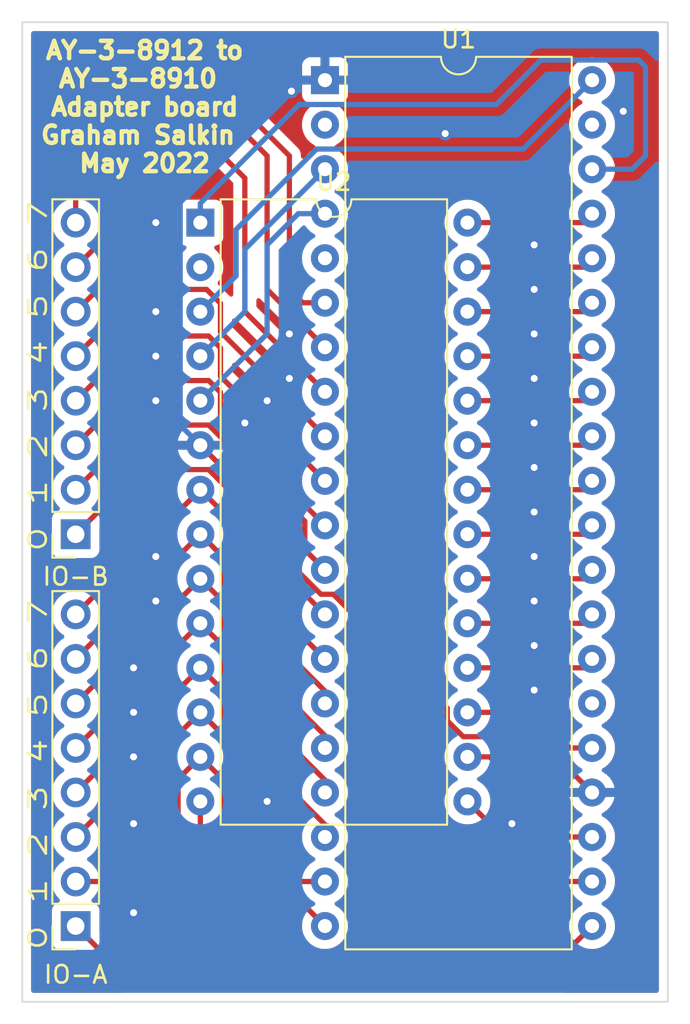
<source format=kicad_pcb>
(kicad_pcb (version 20211014) (generator pcbnew)
  (layers (0 "F.Cu" signal) (31 "B.Cu" signal) (34 "B.Paste" user) (35 "F.Paste" user) (36 "B.SilkS" user "B.Silkscreen") (37 "F.SilkS" user "F.Silkscreen") (38 "B.Mask" user) (39 "F.Mask" user) (44 "Edge.Cuts" user))
  (net 0 "")
  (net 1 "Net-(J1-Pad1)")
  (net 2 "Net-(J1-Pad2)")
  (net 3 "Net-(J1-Pad3)")
  (net 4 "Net-(J1-Pad4)")
  (net 5 "Net-(J1-Pad5)")
  (net 6 "Net-(J1-Pad6)")
  (net 7 "Net-(J1-Pad7)")
  (net 8 "Net-(J1-Pad8)")
  (net 9 "Net-(J2-Pad1)")
  (net 10 "Net-(J2-Pad2)")
  (net 11 "Net-(J2-Pad3)")
  (net 12 "Net-(J2-Pad4)")
  (net 13 "Net-(J2-Pad5)")
  (net 14 "Net-(J2-Pad6)")
  (net 15 "Net-(J2-Pad7)")
  (net 16 "Net-(J2-Pad8)")
  (net 17 "GND")
  (net 19 "Net-(U1-Pad3)")
  (net 20 "Net-(U1-Pad4)")
  (net 22 "Net-(U1-Pad22)")
  (net 23 "Net-(U1-Pad23)")
  (net 24 "Net-(U1-Pad25)")
  (net 26 "Net-(U1-Pad27)")
  (net 27 "Net-(U1-Pad28)")
  (net 28 "Net-(U1-Pad29)")
  (net 29 "Net-(U1-Pad30)")
  (net 30 "Net-(U1-Pad31)")
  (net 31 "Net-(U1-Pad32)")
  (net 32 "Net-(U1-Pad33)")
  (net 33 "Net-(U1-Pad34)")
  (net 34 "Net-(U1-Pad35)")
  (net 35 "Net-(U1-Pad36)")
  (net 36 "Net-(U1-Pad37)")
  (net 37 "Net-(U1-Pad38)")
  (net 39 "Net-(U1-Pad40)")
  (footprint "Connector_PinSocket_2.54mm:PinSocket_1x08_P2.54mm_Vertical" (layer "F.Cu") (at 76.708 71.12 180)
    (fp_text reference "IO-B" (at 0 -2.413) (layer "F.SilkS"))
    (fp_text value "0 1 2 3 4 5 6 7" (at 2.159 9.017 90) (layer "F.SilkS") (effects (font (size 1 1.55))))
    (fp_line (start 1.33 -1.33) (end 1.33 0) (layer "F.SilkS") (width 0.12))
    (fp_line (start -1.33 1.27) (end -1.33 19.11) (layer "F.SilkS") (width 0.12))
    (fp_line (start -1.33 19.11) (end 1.33 19.11) (layer "F.SilkS") (width 0.12))
    (fp_line (start -1.33 1.27) (end 1.33 1.27) (layer "F.SilkS") (width 0.12))
    (fp_line (start 1.33 1.27) (end 1.33 19.11) (layer "F.SilkS") (width 0.12))
    (fp_line (start 0 -1.33) (end 1.33 -1.33) (layer "F.SilkS") (width 0.12))
    (pad "1" thru_hole rect (at 0 0 180) (size 1.7 1.7) (drill 1) (layers *.Cu *.Mask) (net 1 "Net-(J1-Pad1)"))
    (pad "2" thru_hole oval (at 0 2.54 180) (size 1.7 1.7) (drill 1) (layers *.Cu *.Mask) (net 2 "Net-(J1-Pad2)"))
    (pad "3" thru_hole oval (at 0 5.08 180) (size 1.7 1.7) (drill 1) (layers *.Cu *.Mask) (net 3 "Net-(J1-Pad3)"))
    (pad "4" thru_hole oval (at 0 7.62 180) (size 1.7 1.7) (drill 1) (layers *.Cu *.Mask) (net 4 "Net-(J1-Pad4)"))
    (pad "5" thru_hole oval (at 0 10.16 180) (size 1.7 1.7) (drill 1) (layers *.Cu *.Mask) (net 5 "Net-(J1-Pad5)"))
    (pad "6" thru_hole oval (at 0 12.7 180) (size 1.7 1.7) (drill 1) (layers *.Cu *.Mask) (net 6 "Net-(J1-Pad6)"))
    (pad "7" thru_hole oval (at 0 15.24 180) (size 1.7 1.7) (drill 1) (layers *.Cu *.Mask) (net 7 "Net-(J1-Pad7)"))
    (pad "8" thru_hole oval (at 0 17.78 180) (size 1.7 1.7) (drill 1) (layers *.Cu *.Mask) (net 8 "Net-(J1-Pad8)"))
  )
  (footprint "Package_DIP:DIP-28_W15.24mm" (layer "F.Cu") (at 83.82 53.34)
    (fp_text reference "U2" (at 7.62 -2.33) (layer "F.SilkS"))
    (fp_text value "AY-3-8912")
    (fp_line (start 6.62 -1.33) (end 1.16 -1.33) (layer "F.SilkS") (width 0.12))
    (fp_line (start 14.08 34.35) (end 14.08 -1.33) (layer "F.SilkS") (width 0.12))
    (fp_line (start 1.16 34.35) (end 14.08 34.35) (layer "F.SilkS") (width 0.12))
    (fp_line (start 14.08 -1.33) (end 8.62 -1.33) (layer "F.SilkS") (width 0.12))
    (fp_line (start 1.16 -1.33) (end 1.16 34.35) (layer "F.SilkS") (width 0.12))
    (fp_arc (start 8.62 -1.33) (mid 7.62 -0.33) (end 6.62 -1.33) (layer "F.SilkS") (width 0.12))
    (pad "1" thru_hole rect (at 0 0) (size 1.6 1.6) (drill 0.8) (layers *.Cu *.Mask) (net 37 "Net-(U1-Pad38)"))
    (pad "2" thru_hole oval (at 0 2.54) (size 1.6 1.6) (drill 0.8) (layers *.Cu *.Mask))
    (pad "3" thru_hole oval (at 0 5.08) (size 1.6 1.6) (drill 0.8) (layers *.Cu *.Mask) (net 39 "Net-(U1-Pad40)"))
    (pad "4" thru_hole oval (at 0 7.62) (size 1.6 1.6) (drill 0.8) (layers *.Cu *.Mask) (net 19 "Net-(U1-Pad3)"))
    (pad "5" thru_hole oval (at 0 10.16) (size 1.6 1.6) (drill 0.8) (layers *.Cu *.Mask) (net 20 "Net-(U1-Pad4)"))
    (pad "6" thru_hole oval (at 0 12.7) (size 1.6 1.6) (drill 0.8) (layers *.Cu *.Mask) (net 17 "GND"))
    (pad "7" thru_hole oval (at 0 15.24) (size 1.6 1.6) (drill 0.8) (layers *.Cu *.Mask) (net 16 "Net-(J2-Pad8)"))
    (pad "8" thru_hole oval (at 0 17.78) (size 1.6 1.6) (drill 0.8) (layers *.Cu *.Mask) (net 15 "Net-(J2-Pad7)"))
    (pad "9" thru_hole oval (at 0 20.32) (size 1.6 1.6) (drill 0.8) (layers *.Cu *.Mask) (net 14 "Net-(J2-Pad6)"))
    (pad "10" thru_hole oval (at 0 22.86) (size 1.6 1.6) (drill 0.8) (layers *.Cu *.Mask) (net 13 "Net-(J2-Pad5)"))
    (pad "11" thru_hole oval (at 0 25.4) (size 1.6 1.6) (drill 0.8) (layers *.Cu *.Mask) (net 12 "Net-(J2-Pad4)"))
    (pad "12" thru_hole oval (at 0 27.94) (size 1.6 1.6) (drill 0.8) (layers *.Cu *.Mask) (net 11 "Net-(J2-Pad3)"))
    (pad "13" thru_hole oval (at 0 30.48) (size 1.6 1.6) (drill 0.8) (layers *.Cu *.Mask) (net 10 "Net-(J2-Pad2)"))
    (pad "14" thru_hole oval (at 0 33.02) (size 1.6 1.6) (drill 0.8) (layers *.Cu *.Mask) (net 9 "Net-(J2-Pad1)"))
    (pad "15" thru_hole oval (at 15.24 33.02) (size 1.6 1.6) (drill 0.8) (layers *.Cu *.Mask) (net 22 "Net-(U1-Pad22)"))
    (pad "16" thru_hole oval (at 15.24 30.48) (size 1.6 1.6) (drill 0.8) (layers *.Cu *.Mask) (net 23 "Net-(U1-Pad23)"))
    (pad "17" thru_hole oval (at 15.24 27.94) (size 1.6 1.6) (drill 0.8) (layers *.Cu *.Mask) (net 24 "Net-(U1-Pad25)"))
    (pad "18" thru_hole oval (at 15.24 25.4) (size 1.6 1.6) (drill 0.8) (layers *.Cu *.Mask) (net 26 "Net-(U1-Pad27)"))
    (pad "19" thru_hole oval (at 15.24 22.86) (size 1.6 1.6) (drill 0.8) (layers *.Cu *.Mask) (net 27 "Net-(U1-Pad28)"))
    (pad "20" thru_hole oval (at 15.24 20.32) (size 1.6 1.6) (drill 0.8) (layers *.Cu *.Mask) (net 28 "Net-(U1-Pad29)"))
    (pad "21" thru_hole oval (at 15.24 17.78) (size 1.6 1.6) (drill 0.8) (layers *.Cu *.Mask) (net 29 "Net-(U1-Pad30)"))
    (pad "22" thru_hole oval (at 15.24 15.24) (size 1.6 1.6) (drill 0.8) (layers *.Cu *.Mask) (net 30 "Net-(U1-Pad31)"))
    (pad "23" thru_hole oval (at 15.24 12.7) (size 1.6 1.6) (drill 0.8) (layers *.Cu *.Mask) (net 31 "Net-(U1-Pad32)"))
    (pad "24" thru_hole oval (at 15.24 10.16) (size 1.6 1.6) (drill 0.8) (layers *.Cu *.Mask) (net 32 "Net-(U1-Pad33)"))
    (pad "25" thru_hole oval (at 15.24 7.62) (size 1.6 1.6) (drill 0.8) (layers *.Cu *.Mask) (net 33 "Net-(U1-Pad34)"))
    (pad "26" thru_hole oval (at 15.24 5.08) (size 1.6 1.6) (drill 0.8) (layers *.Cu *.Mask) (net 34 "Net-(U1-Pad35)"))
    (pad "27" thru_hole oval (at 15.24 2.54) (size 1.6 1.6) (drill 0.8) (layers *.Cu *.Mask) (net 35 "Net-(U1-Pad36)"))
    (pad "28" thru_hole oval (at 15.24 0) (size 1.6 1.6) (drill 0.8) (layers *.Cu *.Mask) (net 36 "Net-(U1-Pad37)"))
  )
  (footprint "Package_DIP:DIP-40_W15.24mm" (layer "F.Cu") (at 90.932 45.212)
    (fp_text reference "U1" (at 7.62 -2.33) (layer "F.SilkS"))
    (fp_text value "AY-3-8910")
    (fp_line (start 1.16 -1.33) (end 1.16 49.59) (layer "F.SilkS") (width 0.12))
    (fp_line (start 14.08 -1.33) (end 8.62 -1.33) (layer "F.SilkS") (width 0.12))
    (fp_line (start 1.16 49.59) (end 14.08 49.59) (layer "F.SilkS") (width 0.12))
    (fp_line (start 14.08 49.59) (end 14.08 -1.33) (layer "F.SilkS") (width 0.12))
    (fp_line (start 6.62 -1.33) (end 1.16 -1.33) (layer "F.SilkS") (width 0.12))
    (fp_arc (start 8.62 -1.33) (mid 7.62 -0.33) (end 6.62 -1.33) (layer "F.SilkS") (width 0.12))
    (pad "1" thru_hole rect (at 0 0) (size 1.6 1.6) (drill 0.8) (layers *.Cu *.Mask) (net 17 "GND"))
    (pad "2" thru_hole oval (at 0 2.54) (size 1.6 1.6) (drill 0.8) (layers *.Cu *.Mask))
    (pad "3" thru_hole oval (at 0 5.08) (size 1.6 1.6) (drill 0.8) (layers *.Cu *.Mask) (net 19 "Net-(U1-Pad3)"))
    (pad "4" thru_hole oval (at 0 7.62) (size 1.6 1.6) (drill 0.8) (layers *.Cu *.Mask) (net 20 "Net-(U1-Pad4)"))
    (pad "5" thru_hole oval (at 0 10.16) (size 1.6 1.6) (drill 0.8) (layers *.Cu *.Mask))
    (pad "6" thru_hole oval (at 0 12.7) (size 1.6 1.6) (drill 0.8) (layers *.Cu *.Mask) (net 8 "Net-(J1-Pad8)"))
    (pad "7" thru_hole oval (at 0 15.24) (size 1.6 1.6) (drill 0.8) (layers *.Cu *.Mask) (net 7 "Net-(J1-Pad7)"))
    (pad "8" thru_hole oval (at 0 17.78) (size 1.6 1.6) (drill 0.8) (layers *.Cu *.Mask) (net 6 "Net-(J1-Pad6)"))
    (pad "9" thru_hole oval (at 0 20.32) (size 1.6 1.6) (drill 0.8) (layers *.Cu *.Mask) (net 5 "Net-(J1-Pad5)"))
    (pad "10" thru_hole oval (at 0 22.86) (size 1.6 1.6) (drill 0.8) (layers *.Cu *.Mask) (net 4 "Net-(J1-Pad4)"))
    (pad "11" thru_hole oval (at 0 25.4) (size 1.6 1.6) (drill 0.8) (layers *.Cu *.Mask) (net 3 "Net-(J1-Pad3)"))
    (pad "12" thru_hole oval (at 0 27.94) (size 1.6 1.6) (drill 0.8) (layers *.Cu *.Mask) (net 2 "Net-(J1-Pad2)"))
    (pad "13" thru_hole oval (at 0 30.48) (size 1.6 1.6) (drill 0.8) (layers *.Cu *.Mask) (net 1 "Net-(J1-Pad1)"))
    (pad "14" thru_hole oval (at 0 33.02) (size 1.6 1.6) (drill 0.8) (layers *.Cu *.Mask) (net 16 "Net-(J2-Pad8)"))
    (pad "15" thru_hole oval (at 0 35.56) (size 1.6 1.6) (drill 0.8) (layers *.Cu *.Mask) (net 15 "Net-(J2-Pad7)"))
    (pad "16" thru_hole oval (at 0 38.1) (size 1.6 1.6) (drill 0.8) (layers *.Cu *.Mask) (net 14 "Net-(J2-Pad6)"))
    (pad "17" thru_hole oval (at 0 40.64) (size 1.6 1.6) (drill 0.8) (layers *.Cu *.Mask) (net 13 "Net-(J2-Pad5)"))
    (pad "18" thru_hole oval (at 0 43.18) (size 1.6 1.6) (drill 0.8) (layers *.Cu *.Mask) (net 12 "Net-(J2-Pad4)"))
    (pad "19" thru_hole oval (at 0 45.72) (size 1.6 1.6) (drill 0.8) (layers *.Cu *.Mask) (net 11 "Net-(J2-Pad3)"))
    (pad "20" thru_hole oval (at 0 48.26) (size 1.6 1.6) (drill 0.8) (layers *.Cu *.Mask) (net 10 "Net-(J2-Pad2)"))
    (pad "21" thru_hole oval (at 15.24 48.26) (size 1.6 1.6) (drill 0.8) (layers *.Cu *.Mask) (net 9 "Net-(J2-Pad1)"))
    (pad "22" thru_hole oval (at 15.24 45.72) (size 1.6 1.6) (drill 0.8) (layers *.Cu *.Mask) (net 22 "Net-(U1-Pad22)"))
    (pad "23" thru_hole oval (at 15.24 43.18) (size 1.6 1.6) (drill 0.8) (layers *.Cu *.Mask) (net 23 "Net-(U1-Pad23)"))
    (pad "24" thru_hole oval (at 15.24 40.64) (size 1.6 1.6) (drill 0.8) (layers *.Cu *.Mask) (net 17 "GND"))
    (pad "25" thru_hole oval (at 15.24 38.1) (size 1.6 1.6) (drill 0.8) (layers *.Cu *.Mask) (net 24 "Net-(U1-Pad25)"))
    (pad "26" thru_hole oval (at 15.24 35.56) (size 1.6 1.6) (drill 0.8) (layers *.Cu *.Mask))
    (pad "27" thru_hole oval (at 15.24 33.02) (size 1.6 1.6) (drill 0.8) (layers *.Cu *.Mask) (net 26 "Net-(U1-Pad27)"))
    (pad "28" thru_hole oval (at 15.24 30.48) (size 1.6 1.6) (drill 0.8) (layers *.Cu *.Mask) (net 27 "Net-(U1-Pad28)"))
    (pad "29" thru_hole oval (at 15.24 27.94) (size 1.6 1.6) (drill 0.8) (layers *.Cu *.Mask) (net 28 "Net-(U1-Pad29)"))
    (pad "30" thru_hole oval (at 15.24 25.4) (size 1.6 1.6) (drill 0.8) (layers *.Cu *.Mask) (net 29 "Net-(U1-Pad30)"))
    (pad "31" thru_hole oval (at 15.24 22.86) (size 1.6 1.6) (drill 0.8) (layers *.Cu *.Mask) (net 30 "Net-(U1-Pad31)"))
    (pad "32" thru_hole oval (at 15.24 20.32) (size 1.6 1.6) (drill 0.8) (layers *.Cu *.Mask) (net 31 "Net-(U1-Pad32)"))
    (pad "33" thru_hole oval (at 15.24 17.78) (size 1.6 1.6) (drill 0.8) (layers *.Cu *.Mask) (net 32 "Net-(U1-Pad33)"))
    (pad "34" thru_hole oval (at 15.24 15.24) (size 1.6 1.6) (drill 0.8) (layers *.Cu *.Mask) (net 33 "Net-(U1-Pad34)"))
    (pad "35" thru_hole oval (at 15.24 12.7) (size 1.6 1.6) (drill 0.8) (layers *.Cu *.Mask) (net 34 "Net-(U1-Pad35)"))
    (pad "36" thru_hole oval (at 15.24 10.16) (size 1.6 1.6) (drill 0.8) (layers *.Cu *.Mask) (net 35 "Net-(U1-Pad36)"))
    (pad "37" thru_hole oval (at 15.24 7.62) (size 1.6 1.6) (drill 0.8) (layers *.Cu *.Mask) (net 36 "Net-(U1-Pad37)"))
    (pad "38" thru_hole oval (at 15.24 5.08) (size 1.6 1.6) (drill 0.8) (layers *.Cu *.Mask) (net 37 "Net-(U1-Pad38)"))
    (pad "39" thru_hole oval (at 15.24 2.54) (size 1.6 1.6) (drill 0.8) (layers *.Cu *.Mask))
    (pad "40" thru_hole oval (at 15.24 0) (size 1.6 1.6) (drill 0.8) (layers *.Cu *.Mask) (net 39 "Net-(U1-Pad40)"))
  )
  (footprint "Connector_PinSocket_2.54mm:PinSocket_1x08_P2.54mm_Vertical" (layer "F.Cu") (at 76.708 93.472 180)
    (fp_text reference "IO-A" (at 0 -2.77) (layer "F.SilkS"))
    (fp_text value "0 1 2 3 4 5 6 7" (at 2.159 8.636 90) (layer "F.SilkS") (effects (font (size 1 1.55))))
    (fp_line (start -1.33 1.27) (end 1.33 1.27) (layer "F.SilkS") (width 0.12))
    (fp_line (start 1.33 1.27) (end 1.33 19.11) (layer "F.SilkS") (width 0.12))
    (fp_line (start 1.33 -1.33) (end 1.33 0) (layer "F.SilkS") (width 0.12))
    (fp_line (start 0 -1.33) (end 1.33 -1.33) (layer "F.SilkS") (width 0.12))
    (fp_line (start -1.33 1.27) (end -1.33 19.11) (layer "F.SilkS") (width 0.12))
    (fp_line (start -1.33 19.11) (end 1.33 19.11) (layer "F.SilkS") (width 0.12))
    (pad "1" thru_hole rect (at 0 0 180) (size 1.7 1.7) (drill 1) (layers *.Cu *.Mask) (net 9 "Net-(J2-Pad1)"))
    (pad "2" thru_hole oval (at 0 2.54 180) (size 1.7 1.7) (drill 1) (layers *.Cu *.Mask) (net 10 "Net-(J2-Pad2)"))
    (pad "3" thru_hole oval (at 0 5.08 180) (size 1.7 1.7) (drill 1) (layers *.Cu *.Mask) (net 11 "Net-(J2-Pad3)"))
    (pad "4" thru_hole oval (at 0 7.62 180) (size 1.7 1.7) (drill 1) (layers *.Cu *.Mask) (net 12 "Net-(J2-Pad4)"))
    (pad "5" thru_hole oval (at 0 10.16 180) (size 1.7 1.7) (drill 1) (layers *.Cu *.Mask) (net 13 "Net-(J2-Pad5)"))
    (pad "6" thru_hole oval (at 0 12.7 180) (size 1.7 1.7) (drill 1) (layers *.Cu *.Mask) (net 14 "Net-(J2-Pad6)"))
    (pad "7" thru_hole oval (at 0 15.24 180) (size 1.7 1.7) (drill 1) (layers *.Cu *.Mask) (net 15 "Net-(J2-Pad7)"))
    (pad "8" thru_hole oval (at 0 17.78 180) (size 1.7 1.7) (drill 1) (layers *.Cu *.Mask) (net 16 "Net-(J2-Pad8)"))
  )
  (gr_line (start 73.66 41.91) (end 73.66 97.79) (layer "Edge.Cuts") (width 0.1))
  (gr_line (start 73.66 97.79) (end 110.49 97.79) (layer "Edge.Cuts") (width 0.1))
  (gr_line (start 110.49 41.91) (end 73.66 41.91) (layer "Edge.Cuts") (width 0.1))
  (gr_line (start 110.49 97.79) (end 110.49 41.91) (layer "Edge.Cuts") (width 0.1))
  (gr_text "AY-3-8912 to\nAY-3-8910 \nAdapter board\nGraham Salkin \nMay 2022" (at 80.645 46.736) (layer "F.SilkS") (effects (font (size 1 1) (thickness 0.25))))
  (segment (start 87.63 72.39) (end 90.932 75.692) (width 0.3) (layer "F.Cu") (net 1))
  (segment (start 87.63 70.764345) (end 87.63 72.39) (width 0.3) (layer "F.Cu") (net 1))
  (segment (start 76.708 71.12) (end 80.397511 67.430489) (width 0.3) (layer "F.Cu") (net 1))
  (segment (start 84.296144 67.430489) (end 87.63 70.764345) (width 0.3) (layer "F.Cu") (net 1))
  (segment (start 80.397511 67.430489) (end 84.296144 67.430489) (width 0.3) (layer "F.Cu") (net 1))
  (segment (start 84.296144 64.890489) (end 89.782489 70.376834) (width 0.3) (layer "F.Cu") (net 2))
  (segment (start 89.782489 70.376834) (end 89.782489 72.002489) (width 0.3) (layer "F.Cu") (net 2))
  (segment (start 80.397511 64.890489) (end 84.296144 64.890489) (width 0.3) (layer "F.Cu") (net 2))
  (segment (start 76.708 68.58) (end 80.397511 64.890489) (width 0.3) (layer "F.Cu") (net 2))
  (segment (start 89.782489 72.002489) (end 90.932 73.152) (width 0.3) (layer "F.Cu") (net 2))
  (segment (start 80.397511 62.350489) (end 76.708 66.04) (width 0.3) (layer "F.Cu") (net 3))
  (segment (start 90.932 70.612) (end 84.969511 64.649511) (width 0.3) (layer "F.Cu") (net 3))
  (segment (start 84.969511 63.023856) (end 84.296144 62.350489) (width 0.3) (layer "F.Cu") (net 3))
  (segment (start 84.969511 64.649511) (end 84.969511 63.023856) (width 0.3) (layer "F.Cu") (net 3))
  (segment (start 84.296144 62.350489) (end 80.397511 62.350489) (width 0.3) (layer "F.Cu") (net 3))
  (segment (start 84.296144 59.810489) (end 80.397511 59.810489) (width 0.3) (layer "F.Cu") (net 4))
  (segment (start 80.397511 59.810489) (end 76.708 63.5) (width 0.3) (layer "F.Cu") (net 4))
  (segment (start 90.932 68.072) (end 84.969511 62.109511) (width 0.3) (layer "F.Cu") (net 4))
  (segment (start 84.969511 60.483856) (end 84.296144 59.810489) (width 0.3) (layer "F.Cu") (net 4))
  (segment (start 84.969511 62.109511) (end 84.969511 60.483856) (width 0.3) (layer "F.Cu") (net 4))
  (segment (start 84.175655 57.15) (end 80.518 57.15) (width 0.3) (layer "F.Cu") (net 5))
  (segment (start 90.932 65.532) (end 84.969511 59.569511) (width 0.3) (layer "F.Cu") (net 5))
  (segment (start 84.969511 59.569511) (end 84.969511 57.943856) (width 0.3) (layer "F.Cu") (net 5))
  (segment (start 84.969511 57.943856) (end 84.175655 57.15) (width 0.3) (layer "F.Cu") (net 5))
  (segment (start 80.518 57.15) (end 76.708 60.96) (width 0.3) (layer "F.Cu") (net 5))
  (segment (start 86.36 50.8) (end 85.09 49.53) (width 0.3) (layer "F.Cu") (net 6))
  (segment (start 80.01 55.118) (end 76.708 58.42) (width 0.3) (layer "F.Cu") (net 6))
  (segment (start 80.01 49.53) (end 80.01 55.118) (width 0.3) (layer "F.Cu") (net 6))
  (segment (start 90.932 62.992) (end 86.36 58.42) (width 0.3) (layer "F.Cu") (net 6))
  (segment (start 85.09 49.53) (end 80.01 49.53) (width 0.3) (layer "F.Cu") (net 6))
  (segment (start 86.36 58.42) (end 86.36 50.8) (width 0.3) (layer "F.Cu") (net 6))
  (segment (start 87.63 49.53) (end 86.36 48.26) (width 0.3) (layer "F.Cu") (net 7))
  (segment (start 78.74 53.848) (end 76.708 55.88) (width 0.3) (layer "F.Cu") (net 7))
  (segment (start 78.74 49.53) (end 78.74 53.848) (width 0.3) (layer "F.Cu") (net 7))
  (segment (start 80.01 48.26) (end 78.74 49.53) (width 0.3) (layer "F.Cu") (net 7))
  (segment (start 86.36 48.26) (end 80.01 48.26) (width 0.3) (layer "F.Cu") (net 7))
  (segment (start 87.63 57.15) (end 87.63 49.53) (width 0.3) (layer "F.Cu") (net 7))
  (segment (start 90.932 60.452) (end 87.63 57.15) (width 0.3) (layer "F.Cu") (net 7))
  (segment (start 88.9 57.15) (end 89.662 57.912) (width 0.3) (layer "F.Cu") (net 8))
  (segment (start 76.708 53.34) (end 76.708 49.022) (width 0.3) (layer "F.Cu") (net 8))
  (segment (start 78.74 46.99) (end 86.36 46.99) (width 0.3) (layer "F.Cu") (net 8))
  (segment (start 90.932 57.912) (end 90.932 57.446551) (width 0.3) (layer "F.Cu") (net 8))
  (segment (start 86.36 46.99) (end 88.9 49.53) (width 0.3) (layer "F.Cu") (net 8))
  (segment (start 88.9 49.53) (end 88.9 57.15) (width 0.3) (layer "F.Cu") (net 8))
  (segment (start 76.708 49.022) (end 78.74 46.99) (width 0.3) (layer "F.Cu") (net 8))
  (segment (start 89.662 57.912) (end 90.932 57.912) (width 0.3) (layer "F.Cu") (net 8))
  (segment (start 83.82 96.52) (end 79.756 96.52) (width 0.3) (layer "F.Cu") (net 9))
  (segment (start 104.14 96.52) (end 104.14 95.504) (width 0.3) (layer "F.Cu") (net 9))
  (segment (start 83.82 86.36) (end 83.82 96.52) (width 0.3) (layer "F.Cu") (net 9))
  (segment (start 79.756 96.52) (end 104.14 96.52) (width 0.3) (layer "F.Cu") (net 9))
  (segment (start 79.756 96.52) (end 76.708 93.472) (width 0.3) (layer "F.Cu") (net 9))
  (segment (start 104.14 95.504) (end 106.172 93.472) (width 0.3) (layer "F.Cu") (net 9))
  (segment (start 90.932 93.472) (end 85.09 87.63) (width 0.3) (layer "F.Cu") (net 10))
  (segment (start 79.248 90.932) (end 76.708 90.932) (width 0.3) (layer "F.Cu") (net 10))
  (segment (start 83.82 83.82) (end 82.55 85.09) (width 0.3) (layer "F.Cu") (net 10))
  (segment (start 82.55 85.09) (end 82.55 87.63) (width 0.3) (layer "F.Cu") (net 10))
  (segment (start 85.09 87.63) (end 85.09 85.09) (width 0.3) (layer "F.Cu") (net 10))
  (segment (start 82.55 87.63) (end 79.248 90.932) (width 0.3) (layer "F.Cu") (net 10))
  (segment (start 85.09 85.09) (end 83.82 83.82) (width 0.3) (layer "F.Cu") (net 10))
  (segment (start 85.589519 83.049519) (end 85.589519 87.423091) (width 0.3) (layer "F.Cu") (net 11))
  (segment (start 89.098428 90.932) (end 90.932 90.932) (width 0.3) (layer "F.Cu") (net 11))
  (segment (start 85.589519 87.423091) (end 89.098428 90.932) (width 0.3) (layer "F.Cu") (net 11))
  (segment (start 76.708 88.392) (end 83.82 81.28) (width 0.3) (layer "F.Cu") (net 11))
  (segment (start 83.82 81.28) (end 85.589519 83.049519) (width 0.3) (layer "F.Cu") (net 11))
  (segment (start 90.932 88.392) (end 90.932 87.685572) (width 0.3) (layer "F.Cu") (net 12))
  (segment (start 76.708 85.852) (end 83.82 78.74) (width 0.3) (layer "F.Cu") (net 12))
  (segment (start 90.932 87.685572) (end 85.09 81.843572) (width 0.3) (layer "F.Cu") (net 12))
  (segment (start 85.09 80.01) (end 83.82 78.74) (width 0.3) (layer "F.Cu") (net 12))
  (segment (start 85.09 81.843572) (end 85.09 80.01) (width 0.3) (layer "F.Cu") (net 12))
  (segment (start 85.09 77.47) (end 83.82 76.2) (width 0.3) (layer "F.Cu") (net 13))
  (segment (start 85.09 79.303572) (end 85.09 77.47) (width 0.3) (layer "F.Cu") (net 13))
  (segment (start 76.708 83.312) (end 83.82 76.2) (width 0.3) (layer "F.Cu") (net 13))
  (segment (start 90.932 85.852) (end 90.932 85.145572) (width 0.3) (layer "F.Cu") (net 13))
  (segment (start 90.932 85.145572) (end 85.09 79.303572) (width 0.3) (layer "F.Cu") (net 13))
  (segment (start 85.09 74.93) (end 83.82 73.66) (width 0.3) (layer "F.Cu") (net 14))
  (segment (start 90.932 82.605572) (end 85.09 76.763572) (width 0.3) (layer "F.Cu") (net 14))
  (segment (start 76.708 80.772) (end 83.82 73.66) (width 0.3) (layer "F.Cu") (net 14))
  (segment (start 90.932 83.312) (end 90.932 82.605572) (width 0.3) (layer "F.Cu") (net 14))
  (segment (start 85.09 76.763572) (end 85.09 74.93) (width 0.3) (layer "F.Cu") (net 14))
  (segment (start 90.932 80.065572) (end 85.09 74.223572) (width 0.3) (layer "F.Cu") (net 15))
  (segment (start 85.09 72.39) (end 83.82 71.12) (width 0.3) (layer "F.Cu") (net 15))
  (segment (start 76.708 78.232) (end 83.82 71.12) (width 0.3) (layer "F.Cu") (net 15))
  (segment (start 90.932 80.772) (end 90.932 80.065572) (width 0.3) (layer "F.Cu") (net 15))
  (segment (start 85.09 74.223572) (end 85.09 72.39) (width 0.3) (layer "F.Cu") (net 15))
  (segment (start 90.932 78.232) (end 86.36 73.66) (width 0.3) (layer "F.Cu") (net 16))
  (segment (start 76.708 75.692) (end 83.82 68.58) (width 0.3) (layer "F.Cu") (net 16))
  (segment (start 86.36 71.12) (end 83.82 68.58) (width 0.3) (layer "F.Cu") (net 16))
  (segment (start 86.36 73.66) (end 86.36 71.12) (width 0.3) (layer "F.Cu") (net 16))
  (segment (start 89.282969 71.502969) (end 89.282969 73.128624) (width 0.3) (layer "F.Cu") (net 17))
  (segment (start 97.910489 81.756144) (end 98.824834 82.670489) (width 0.3) (layer "F.Cu") (net 17))
  (segment (start 102.990489 82.670489) (end 106.172 85.852) (width 0.3) (layer "F.Cu") (net 17))
  (segment (start 98.824834 82.670489) (end 102.990489 82.670489) (width 0.3) (layer "F.Cu") (net 17))
  (segment (start 90.696834 74.542489) (end 91.408144 74.542489) (width 0.3) (layer "F.Cu") (net 17))
  (segment (start 97.910489 81.044834) (end 97.910489 81.756144) (width 0.3) (layer "F.Cu") (net 17))
  (segment (start 89.282969 73.128624) (end 90.696834 74.542489) (width 0.3) (layer "F.Cu") (net 17))
  (segment (start 91.408144 74.542489) (end 97.910489 81.044834) (width 0.3) (layer "F.Cu") (net 17))
  (segment (start 83.82 66.04) (end 89.282969 71.502969) (width 0.3) (layer "F.Cu") (net 17))
  (via (at 80.01 87.63) (size 0.8) (drill 0.4) (layers "F.Cu" "B.Cu") (net 17))
  (via (at 81.28 60.96) (size 0.8) (drill 0.4) (layers "F.Cu" "B.Cu") (net 17))
  (via (at 88.9 59.69) (size 0.8) (drill 0.4) (layers "F.Cu" "B.Cu") (net 17))
  (via (at 81.28 53.34) (size 0.8) (drill 0.4) (layers "F.Cu" "B.Cu") (net 17))
  (via (at 81.28 63.5) (size 0.8) (drill 0.4) (layers "F.Cu" "B.Cu") (net 17))
  (via (at 89.020489 45.840489) (size 0.8) (drill 0.4) (layers "F.Cu" "B.Cu") (net 17))
  (via (at 102.87 72.39) (size 0.8) (drill 0.4) (layers "F.Cu" "B.Cu") (net 17))
  (via (at 80.01 78.74) (size 0.8) (drill 0.4) (layers "F.Cu" "B.Cu") (net 17))
  (via (at 102.87 77.47) (size 0.8) (drill 0.4) (layers "F.Cu" "B.Cu") (net 17))
  (via (at 107.95 46.99) (size 0.8) (drill 0.4) (layers "F.Cu" "B.Cu") (net 17))
  (via (at 102.87 59.69) (size 0.8) (drill 0.4) (layers "F.Cu" "B.Cu") (net 17))
  (via (at 87.63 86.36) (size 0.8) (drill 0.4) (layers "F.Cu" "B.Cu") (net 17))
  (via (at 102.87 62.23) (size 0.8) (drill 0.4) (layers "F.Cu" "B.Cu") (net 17))
  (via (at 102.87 74.93) (size 0.8) (drill 0.4) (layers "F.Cu" "B.Cu") (net 17))
  (via (at 102.87 54.61) (size 0.8) (drill 0.4) (layers "F.Cu" "B.Cu") (net 17))
  (via (at 97.79 48.26) (size 0.8) (drill 0.4) (layers "F.Cu" "B.Cu") (net 17))
  (via (at 102.87 57.15) (size 0.8) (drill 0.4) (layers "F.Cu" "B.Cu") (net 17))
  (via (at 101.6 87.63) (size 0.8) (drill 0.4) (layers "F.Cu" "B.Cu") (net 17))
  (via (at 102.87 67.31) (size 0.8) (drill 0.4) (layers "F.Cu" "B.Cu") (net 17))
  (via (at 80.01 83.82) (size 0.8) (drill 0.4) (layers "F.Cu" "B.Cu") (net 17))
  (via (at 102.87 80.01) (size 0.8) (drill 0.4) (layers "F.Cu" "B.Cu") (net 17))
  (via (at 102.87 69.85) (size 0.8) (drill 0.4) (layers "F.Cu" "B.Cu") (net 17))
  (via (at 86.36 64.77) (size 0.8) (drill 0.4) (layers "F.Cu" "B.Cu") (net 17))
  (via (at 81.28 58.42) (size 0.8) (drill 0.4) (layers "F.Cu" "B.Cu") (net 17))
  (via (at 81.28 72.39) (size 0.8) (drill 0.4) (layers "F.Cu" "B.Cu") (net 17))
  (via (at 81.28 74.93) (size 0.8) (drill 0.4) (layers "F.Cu" "B.Cu") (net 17))
  (via (at 87.63 63.5) (size 0.8) (drill 0.4) (layers "F.Cu" "B.Cu") (net 17))
  (via (at 102.87 64.77) (size 0.8) (drill 0.4) (layers "F.Cu" "B.Cu") (net 17))
  (via (at 80.01 81.28) (size 0.8) (drill 0.4) (layers "F.Cu" "B.Cu") (net 17))
  (via (at 80.01 92.71) (size 0.8) (drill 0.4) (layers "F.Cu" "B.Cu") (net 17))
  (via (at 88.9 62.23) (size 0.8) (drill 0.4) (layers "F.Cu" "B.Cu") (net 17))
  (segment (start 83.82 66.04) (end 82.670489 64.890489) (width 0.3) (layer "B.Cu") (net 17))
  (segment (start 89.020489 45.840489) (end 89.648978 45.212) (width 0.3) (layer "B.Cu") (net 17))
  (segment (start 89.648978 45.212) (end 90.932 45.212) (width 0.3) (layer "B.Cu") (net 17))
  (segment (start 82.670489 64.890489) (end 82.670489 52.190489) (width 0.3) (layer "B.Cu") (net 17))
  (segment (start 82.670489 52.190489) (end 89.020489 45.840489) (width 0.3) (layer "B.Cu") (net 17))
  (segment (start 83.82 60.96) (end 86.36 58.42) (width 0.3) (layer "B.Cu") (net 19))
  (segment (start 86.36 54.864) (end 90.932 50.292) (width 0.3) (layer "B.Cu") (net 19))
  (segment (start 86.36 58.42) (end 86.36 54.864) (width 0.3) (layer "B.Cu") (net 19))
  (segment (start 87.63 59.69) (end 87.63 54.61) (width 0.3) (layer "B.Cu") (net 20))
  (segment (start 87.63 54.61) (end 89.408 52.832) (width 0.3) (layer "B.Cu") (net 20))
  (segment (start 89.408 52.832) (end 90.932 52.832) (width 0.3) (layer "B.Cu") (net 20))
  (segment (start 83.82 63.5) (end 87.63 59.69) (width 0.3) (layer "B.Cu") (net 20))
  (segment (start 103.632 90.932) (end 106.172 90.932) (width 0.3) (layer "F.Cu") (net 22))
  (segment (start 99.06 86.36) (end 103.632 90.932) (width 0.3) (layer "F.Cu") (net 22))
  (segment (start 100.33 83.82) (end 104.902 88.392) (width 0.3) (layer "F.Cu") (net 23))
  (segment (start 99.06 83.82) (end 100.33 83.82) (width 0.3) (layer "F.Cu") (net 23))
  (segment (start 104.902 88.392) (end 106.172 88.392) (width 0.3) (layer "F.Cu") (net 23))
  (segment (start 102.87 81.28) (end 104.902 83.312) (width 0.3) (layer "F.Cu") (net 24))
  (segment (start 104.902 83.312) (end 106.172 83.312) (width 0.3) (layer "F.Cu") (net 24))
  (segment (start 99.06 81.28) (end 102.87 81.28) (width 0.3) (layer "F.Cu") (net 24))
  (segment (start 99.06 78.74) (end 105.664 78.74) (width 0.3) (layer "F.Cu") (net 26))
  (segment (start 105.664 78.74) (end 106.172 78.232) (width 0.3) (layer "F.Cu") (net 26))
  (segment (start 99.06 76.2) (end 105.664 76.2) (width 0.3) (layer "F.Cu") (net 27))
  (segment (start 105.664 76.2) (end 106.172 75.692) (width 0.3) (layer "F.Cu") (net 27))
  (segment (start 105.664 73.66) (end 106.172 73.152) (width 0.3) (layer "F.Cu") (net 28))
  (segment (start 99.06 73.66) (end 105.664 73.66) (width 0.3) (layer "F.Cu") (net 28))
  (segment (start 99.06 71.12) (end 105.664 71.12) (width 0.3) (layer "F.Cu") (net 29))
  (segment (start 105.664 71.12) (end 106.172 70.612) (width 0.3) (layer "F.Cu") (net 29))
  (segment (start 105.664 68.58) (end 106.172 68.072) (width 0.3) (layer "F.Cu") (net 30))
  (segment (start 99.06 68.58) (end 105.664 68.58) (width 0.3) (layer "F.Cu") (net 30))
  (segment (start 105.664 66.04) (end 106.172 65.532) (width 0.3) (layer "F.Cu") (net 31))
  (segment (start 99.06 66.04) (end 105.664 66.04) (width 0.3) (layer "F.Cu") (net 31))
  (segment (start 105.664 63.5) (end 106.172 62.992) (width 0.3) (layer "F.Cu") (net 32))
  (segment (start 99.06 63.5) (end 105.664 63.5) (width 0.3) (layer "F.Cu") (net 32))
  (segment (start 105.664 60.96) (end 106.172 60.452) (width 0.3) (layer "F.Cu") (net 33))
  (segment (start 99.06 60.96) (end 105.664 60.96) (width 0.3) (layer "F.Cu") (net 33))
  (segment (start 105.664 58.42) (end 106.172 57.912) (width 0.3) (layer "F.Cu") (net 34))
  (segment (start 99.06 58.42) (end 105.664 58.42) (width 0.3) (layer "F.Cu") (net 34))
  (segment (start 99.06 55.88) (end 105.664 55.88) (width 0.3) (layer "F.Cu") (net 35))
  (segment (start 105.664 55.88) (end 106.172 55.372) (width 0.3) (layer "F.Cu") (net 35))
  (segment (start 99.06 53.34) (end 105.664 53.34) (width 0.3) (layer "F.Cu") (net 36))
  (segment (start 105.664 53.34) (end 106.172 52.832) (width 0.3) (layer "F.Cu") (net 36))
  (segment (start 83.82 53.34) (end 83.82 52.24) (width 0.3) (layer "B.Cu") (net 37))
  (segment (start 109.22 46.99) (end 109.22 49.53) (width 0.3) (layer "B.Cu") (net 37))
  (segment (start 109.22 44.45) (end 109.22 46.99) (width 0.3) (layer "B.Cu") (net 37))
  (segment (start 89.457511 46.602489) (end 100.717511 46.602489) (width 0.3) (layer "B.Cu") (net 37))
  (segment (start 108.458 50.292) (end 106.172 50.292) (width 0.3) (layer "B.Cu") (net 37))
  (segment (start 108.832489 44.062489) (end 109.22 44.45) (width 0.3) (layer "B.Cu") (net 37))
  (segment (start 103.257511 44.062489) (end 108.832489 44.062489) (width 0.3) (layer "B.Cu") (net 37))
  (segment (start 100.717511 46.602489) (end 103.257511 44.062489) (width 0.3) (layer "B.Cu") (net 37))
  (segment (start 83.82 52.24) (end 89.457511 46.602489) (width 0.3) (layer "B.Cu") (net 37))
  (segment (start 109.22 49.53) (end 108.458 50.292) (width 0.3) (layer "B.Cu") (net 37))
  (segment (start 85.86048 53.737865) (end 90.455856 49.142489) (width 0.3) (layer "B.Cu") (net 39))
  (segment (start 102.241511 49.142489) (end 106.172 45.212) (width 0.3) (layer "B.Cu") (net 39))
  (segment (start 90.455856 49.142489) (end 95.637511 49.142489) (width 0.3) (layer "B.Cu") (net 39))
  (segment (start 85.86048 56.37952) (end 85.86048 53.737865) (width 0.3) (layer "B.Cu") (net 39))
  (segment (start 95.637511 49.142489) (end 102.241511 49.142489) (width 0.3) (layer "B.Cu") (net 39))
  (segment (start 83.82 58.42) (end 85.86048 56.37952) (width 0.3) (layer "B.Cu") (net 39))
  (zone (net 17) (net_name "GND") (layer "F.Cu") (connect_pads (clearance 0.508)) (min_thickness 0.254) (fill yes (thermal_gap 0.508) (thermal_bridge_width 0.508))
    (polygon (pts (xy 111.76 99.06) (xy 72.39 99.06) (xy 72.39 40.64) (xy 111.76 40.64)))
  )
  (zone (net 17) (net_name "GND") (layer "B.Cu") (connect_pads (clearance 0.508)) (min_thickness 0.254) (fill yes (thermal_gap 0.508) (thermal_bridge_width 0.508))
    (polygon (pts (xy 111.76 99.06) (xy 72.39 99.06) (xy 72.39 40.64) (xy 111.76 40.64)))
  )
)
</source>
